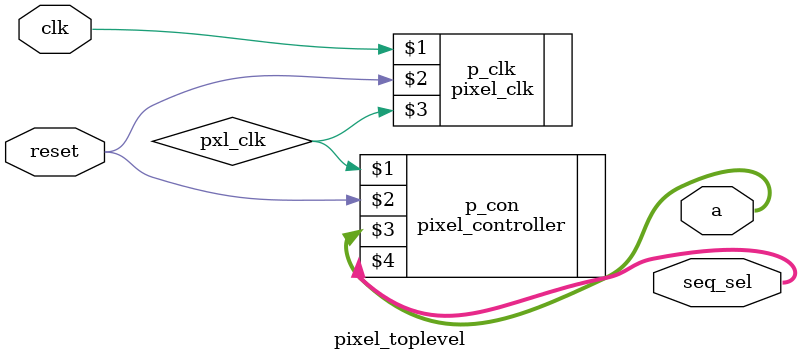
<source format=v>
`timescale 1ns / 1ps
module pixel_toplevel(
   input clk,
	input reset,
	output wire [7:0] a,
	output wire [2:0] seq_sel
	);

	wire pxl_clk;

	pixel_clk p_clk ( clk, reset, pxl_clk );
   pixel_controller p_con ( pxl_clk, reset, a, seq_sel[2:0] );

endmodule

</source>
